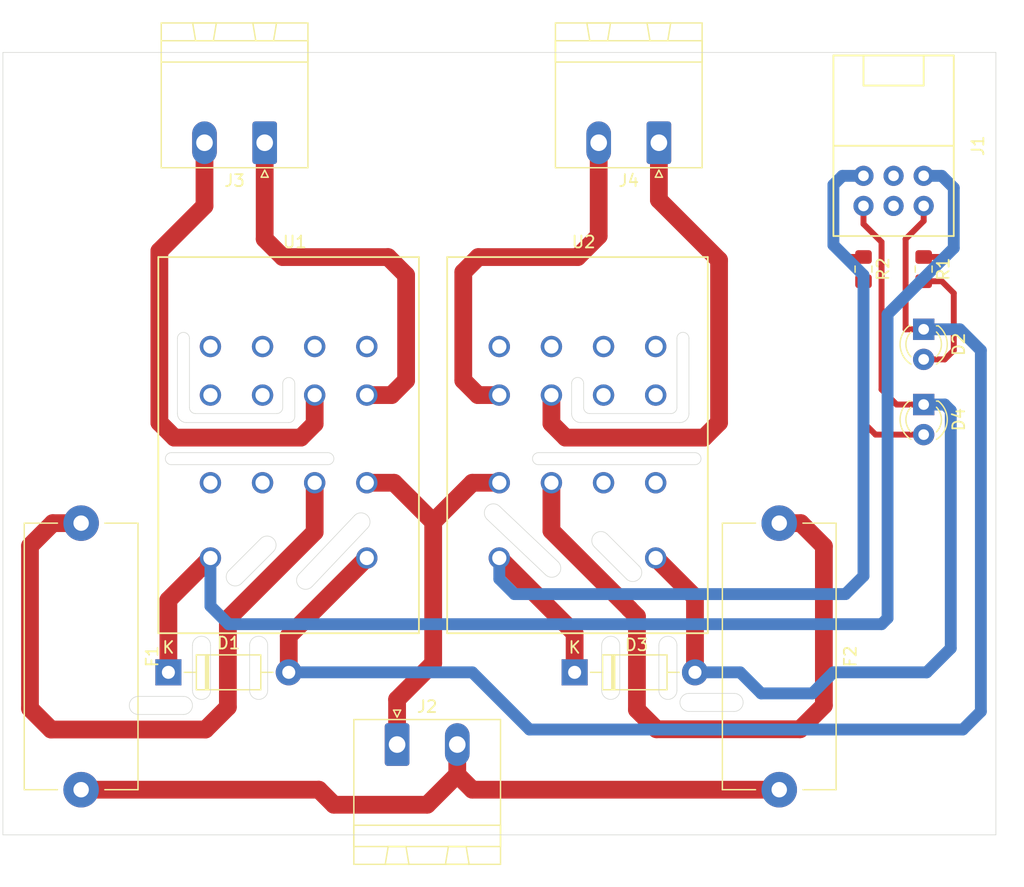
<source format=kicad_pcb>
(kicad_pcb (version 20171130) (host pcbnew "(5.1.4)-1")

  (general
    (thickness 1.6)
    (drawings 82)
    (tracks 132)
    (zones 0)
    (modules 14)
    (nets 33)
  )

  (page A4)
  (layers
    (0 F.Cu signal)
    (31 B.Cu signal)
    (32 B.Adhes user)
    (33 F.Adhes user)
    (34 B.Paste user)
    (35 F.Paste user)
    (36 B.SilkS user)
    (37 F.SilkS user)
    (38 B.Mask user)
    (39 F.Mask user)
    (40 Dwgs.User user)
    (41 Cmts.User user)
    (42 Eco1.User user)
    (43 Eco2.User user)
    (44 Edge.Cuts user)
    (45 Margin user)
    (46 B.CrtYd user)
    (47 F.CrtYd user)
    (48 B.Fab user)
    (49 F.Fab user)
  )

  (setup
    (last_trace_width 1.5)
    (user_trace_width 0.5)
    (user_trace_width 1)
    (user_trace_width 1.5)
    (user_trace_width 2)
    (trace_clearance 0.5)
    (zone_clearance 0.508)
    (zone_45_only no)
    (trace_min 0.2)
    (via_size 0.8)
    (via_drill 0.4)
    (via_min_size 0.4)
    (via_min_drill 0.3)
    (uvia_size 0.3)
    (uvia_drill 0.1)
    (uvias_allowed no)
    (uvia_min_size 0.2)
    (uvia_min_drill 0.1)
    (edge_width 0.05)
    (segment_width 0.2)
    (pcb_text_width 0.3)
    (pcb_text_size 1.5 1.5)
    (mod_edge_width 0.12)
    (mod_text_size 1 1)
    (mod_text_width 0.15)
    (pad_size 1.524 1.524)
    (pad_drill 0.762)
    (pad_to_mask_clearance 0.051)
    (solder_mask_min_width 0.25)
    (aux_axis_origin 0 0)
    (visible_elements 7FFFFFFF)
    (pcbplotparams
      (layerselection 0x010fc_ffffffff)
      (usegerberextensions false)
      (usegerberattributes false)
      (usegerberadvancedattributes false)
      (creategerberjobfile false)
      (excludeedgelayer true)
      (linewidth 0.100000)
      (plotframeref false)
      (viasonmask false)
      (mode 1)
      (useauxorigin false)
      (hpglpennumber 1)
      (hpglpenspeed 20)
      (hpglpendiameter 15.000000)
      (psnegative false)
      (psa4output false)
      (plotreference true)
      (plotvalue true)
      (plotinvisibletext false)
      (padsonsilk false)
      (subtractmaskfromsilk false)
      (outputformat 1)
      (mirror false)
      (drillshape 1)
      (scaleselection 1)
      (outputdirectory ""))
  )

  (net 0 "")
  (net 1 "Net-(D1-Pad2)")
  (net 2 "Net-(D1-Pad1)")
  (net 3 "Net-(D2-Pad2)")
  (net 4 "Net-(D3-Pad2)")
  (net 5 "Net-(D3-Pad1)")
  (net 6 "Net-(D4-Pad2)")
  (net 7 "Net-(F1-Pad2)")
  (net 8 "Net-(F1-Pad1)")
  (net 9 "Net-(F2-Pad1)")
  (net 10 "Net-(J1-Pad4)")
  (net 11 "Net-(J1-Pad3)")
  (net 12 "Net-(J2-Pad1)")
  (net 13 "Net-(J3-Pad1)")
  (net 14 "Net-(U1-Pad4)")
  (net 15 "Net-(U1-Pad3)")
  (net 16 "Net-(U1-Pad2)")
  (net 17 "Net-(U1-Pad1)")
  (net 18 "Net-(U2-Pad4)")
  (net 19 "Net-(U2-Pad3)")
  (net 20 "Net-(U2-Pad2)")
  (net 21 "Net-(U2-Pad1)")
  (net 22 "Net-(U1-Pad10)")
  (net 23 "Net-(U1-Pad9)")
  (net 24 "Net-(U1-Pad6)")
  (net 25 "Net-(U1-Pad5)")
  (net 26 "Net-(J3-Pad2)")
  (net 27 "Net-(J4-Pad1)")
  (net 28 "Net-(J4-Pad2)")
  (net 29 "Net-(U2-Pad12)")
  (net 30 "Net-(U2-Pad11)")
  (net 31 "Net-(U2-Pad8)")
  (net 32 "Net-(U2-Pad7)")

  (net_class Default "Dies ist die voreingestellte Netzklasse."
    (clearance 0.5)
    (trace_width 0.25)
    (via_dia 0.8)
    (via_drill 0.4)
    (uvia_dia 0.3)
    (uvia_drill 0.1)
    (add_net "Net-(D1-Pad1)")
    (add_net "Net-(D1-Pad2)")
    (add_net "Net-(D2-Pad2)")
    (add_net "Net-(D3-Pad1)")
    (add_net "Net-(D3-Pad2)")
    (add_net "Net-(D4-Pad2)")
    (add_net "Net-(F1-Pad1)")
    (add_net "Net-(F1-Pad2)")
    (add_net "Net-(F2-Pad1)")
    (add_net "Net-(J1-Pad3)")
    (add_net "Net-(J1-Pad4)")
    (add_net "Net-(J2-Pad1)")
    (add_net "Net-(J3-Pad1)")
    (add_net "Net-(J3-Pad2)")
    (add_net "Net-(J4-Pad1)")
    (add_net "Net-(J4-Pad2)")
    (add_net "Net-(U1-Pad1)")
    (add_net "Net-(U1-Pad10)")
    (add_net "Net-(U1-Pad2)")
    (add_net "Net-(U1-Pad3)")
    (add_net "Net-(U1-Pad4)")
    (add_net "Net-(U1-Pad5)")
    (add_net "Net-(U1-Pad6)")
    (add_net "Net-(U1-Pad9)")
    (add_net "Net-(U2-Pad1)")
    (add_net "Net-(U2-Pad11)")
    (add_net "Net-(U2-Pad12)")
    (add_net "Net-(U2-Pad2)")
    (add_net "Net-(U2-Pad3)")
    (add_net "Net-(U2-Pad4)")
    (add_net "Net-(U2-Pad7)")
    (add_net "Net-(U2-Pad8)")
  )

  (module Conn_Lib:Wanne_6Pol (layer F.Cu) (tedit 5F393733) (tstamp 5F393D6D)
    (at 202.184 109.474 270)
    (path /5F398E2C)
    (fp_text reference J1 (at 0 -7.12 270) (layer F.SilkS)
      (effects (font (size 1 1) (thickness 0.15)))
    )
    (fp_text value Conn_02x03_Odd_Even (at 0 -10.16 270) (layer F.Fab)
      (effects (font (size 1 1) (thickness 0.15)))
    )
    (fp_line (start 7.62 -5.08) (end 7.62 5.08) (layer F.SilkS) (width 0.15))
    (fp_line (start 7.62 5.08) (end -7.62 5.08) (layer F.SilkS) (width 0.15))
    (fp_line (start -7.62 5.08) (end -7.62 -5.08) (layer F.SilkS) (width 0.15))
    (fp_line (start -7.62 -5.08) (end 7.62 -5.08) (layer F.SilkS) (width 0.15))
    (fp_line (start 0 -5.08) (end 0 5.08) (layer F.SilkS) (width 0.15))
    (fp_line (start -7.62 -2.54) (end -5.08 -2.54) (layer F.SilkS) (width 0.15))
    (fp_line (start -5.08 -2.54) (end -5.08 2.54) (layer F.SilkS) (width 0.15))
    (fp_line (start -5.08 2.54) (end -7.62 2.54) (layer F.SilkS) (width 0.15))
    (pad 1 thru_hole circle (at 5.08 -2.54 270) (size 1.7 1.7) (drill 0.9) (layers *.Cu *.Mask)
      (net 1 "Net-(D1-Pad2)"))
    (pad 2 thru_hole circle (at 2.54 -2.54 270) (size 1.7 1.7) (drill 0.9) (layers *.Cu *.Mask)
      (net 2 "Net-(D1-Pad1)"))
    (pad 3 thru_hole circle (at 5.08 0 270) (size 1.7 1.7) (drill 0.9) (layers *.Cu *.Mask)
      (net 11 "Net-(J1-Pad3)"))
    (pad 4 thru_hole circle (at 2.54 0 270) (size 1.7 1.7) (drill 0.9) (layers *.Cu *.Mask)
      (net 10 "Net-(J1-Pad4)"))
    (pad 5 thru_hole circle (at 5.08 2.54 270) (size 1.7 1.7) (drill 0.9) (layers *.Cu *.Mask)
      (net 4 "Net-(D3-Pad2)"))
    (pad 6 thru_hole circle (at 2.54 2.54 270) (size 1.7 1.7) (drill 0.9) (layers *.Cu *.Mask)
      (net 5 "Net-(D3-Pad1)"))
  )

  (module Diode_THT:D_DO-41_SOD81_P10.16mm_Horizontal (layer F.Cu) (tedit 5AE50CD5) (tstamp 5F39330C)
    (at 140.97 153.924)
    (descr "Diode, DO-41_SOD81 series, Axial, Horizontal, pin pitch=10.16mm, , length*diameter=5.2*2.7mm^2, , http://www.diodes.com/_files/packages/DO-41%20(Plastic).pdf")
    (tags "Diode DO-41_SOD81 series Axial Horizontal pin pitch 10.16mm  length 5.2mm diameter 2.7mm")
    (path /5F395910)
    (fp_text reference D1 (at 5.08 -2.47) (layer F.SilkS)
      (effects (font (size 1 1) (thickness 0.15)))
    )
    (fp_text value 1N4007 (at 5.08 2.47) (layer F.Fab)
      (effects (font (size 1 1) (thickness 0.15)))
    )
    (fp_line (start 2.48 -1.35) (end 2.48 1.35) (layer F.Fab) (width 0.1))
    (fp_line (start 2.48 1.35) (end 7.68 1.35) (layer F.Fab) (width 0.1))
    (fp_line (start 7.68 1.35) (end 7.68 -1.35) (layer F.Fab) (width 0.1))
    (fp_line (start 7.68 -1.35) (end 2.48 -1.35) (layer F.Fab) (width 0.1))
    (fp_line (start 0 0) (end 2.48 0) (layer F.Fab) (width 0.1))
    (fp_line (start 10.16 0) (end 7.68 0) (layer F.Fab) (width 0.1))
    (fp_line (start 3.26 -1.35) (end 3.26 1.35) (layer F.Fab) (width 0.1))
    (fp_line (start 3.36 -1.35) (end 3.36 1.35) (layer F.Fab) (width 0.1))
    (fp_line (start 3.16 -1.35) (end 3.16 1.35) (layer F.Fab) (width 0.1))
    (fp_line (start 2.36 -1.47) (end 2.36 1.47) (layer F.SilkS) (width 0.12))
    (fp_line (start 2.36 1.47) (end 7.8 1.47) (layer F.SilkS) (width 0.12))
    (fp_line (start 7.8 1.47) (end 7.8 -1.47) (layer F.SilkS) (width 0.12))
    (fp_line (start 7.8 -1.47) (end 2.36 -1.47) (layer F.SilkS) (width 0.12))
    (fp_line (start 1.34 0) (end 2.36 0) (layer F.SilkS) (width 0.12))
    (fp_line (start 8.82 0) (end 7.8 0) (layer F.SilkS) (width 0.12))
    (fp_line (start 3.26 -1.47) (end 3.26 1.47) (layer F.SilkS) (width 0.12))
    (fp_line (start 3.38 -1.47) (end 3.38 1.47) (layer F.SilkS) (width 0.12))
    (fp_line (start 3.14 -1.47) (end 3.14 1.47) (layer F.SilkS) (width 0.12))
    (fp_line (start -1.35 -1.6) (end -1.35 1.6) (layer F.CrtYd) (width 0.05))
    (fp_line (start -1.35 1.6) (end 11.51 1.6) (layer F.CrtYd) (width 0.05))
    (fp_line (start 11.51 1.6) (end 11.51 -1.6) (layer F.CrtYd) (width 0.05))
    (fp_line (start 11.51 -1.6) (end -1.35 -1.6) (layer F.CrtYd) (width 0.05))
    (fp_text user %R (at 5.47 0) (layer F.Fab)
      (effects (font (size 1 1) (thickness 0.15)))
    )
    (fp_text user K (at 0 -2.1) (layer F.Fab)
      (effects (font (size 1 1) (thickness 0.15)))
    )
    (fp_text user K (at 0 -2.1) (layer F.SilkS)
      (effects (font (size 1 1) (thickness 0.15)))
    )
    (pad 1 thru_hole rect (at 0 0) (size 2.2 2.2) (drill 1.1) (layers *.Cu *.Mask)
      (net 2 "Net-(D1-Pad1)"))
    (pad 2 thru_hole oval (at 10.16 0) (size 2.2 2.2) (drill 1.1) (layers *.Cu *.Mask)
      (net 1 "Net-(D1-Pad2)"))
    (model ${KISYS3DMOD}/Diode_THT.3dshapes/D_DO-41_SOD81_P10.16mm_Horizontal.wrl
      (at (xyz 0 0 0))
      (scale (xyz 1 1 1))
      (rotate (xyz 0 0 0))
    )
  )

  (module Diode_THT:D_DO-41_SOD81_P10.16mm_Horizontal (layer F.Cu) (tedit 5AE50CD5) (tstamp 5F39332B)
    (at 175.26 153.924)
    (descr "Diode, DO-41_SOD81 series, Axial, Horizontal, pin pitch=10.16mm, , length*diameter=5.2*2.7mm^2, , http://www.diodes.com/_files/packages/DO-41%20(Plastic).pdf")
    (tags "Diode DO-41_SOD81 series Axial Horizontal pin pitch 10.16mm  length 5.2mm diameter 2.7mm")
    (path /5F3AE328)
    (fp_text reference D3 (at 5.228999 -2.319001) (layer F.SilkS)
      (effects (font (size 1 1) (thickness 0.15)))
    )
    (fp_text value 1N4007 (at 5.08 2.47) (layer F.Fab)
      (effects (font (size 1 1) (thickness 0.15)))
    )
    (fp_text user K (at 0 -2.1) (layer F.SilkS)
      (effects (font (size 1 1) (thickness 0.15)))
    )
    (fp_text user K (at 0 -2.1) (layer F.Fab)
      (effects (font (size 1 1) (thickness 0.15)))
    )
    (fp_text user %R (at 5.47 0) (layer F.Fab)
      (effects (font (size 1 1) (thickness 0.15)))
    )
    (fp_line (start 11.51 -1.6) (end -1.35 -1.6) (layer F.CrtYd) (width 0.05))
    (fp_line (start 11.51 1.6) (end 11.51 -1.6) (layer F.CrtYd) (width 0.05))
    (fp_line (start -1.35 1.6) (end 11.51 1.6) (layer F.CrtYd) (width 0.05))
    (fp_line (start -1.35 -1.6) (end -1.35 1.6) (layer F.CrtYd) (width 0.05))
    (fp_line (start 3.14 -1.47) (end 3.14 1.47) (layer F.SilkS) (width 0.12))
    (fp_line (start 3.38 -1.47) (end 3.38 1.47) (layer F.SilkS) (width 0.12))
    (fp_line (start 3.26 -1.47) (end 3.26 1.47) (layer F.SilkS) (width 0.12))
    (fp_line (start 8.82 0) (end 7.8 0) (layer F.SilkS) (width 0.12))
    (fp_line (start 1.34 0) (end 2.36 0) (layer F.SilkS) (width 0.12))
    (fp_line (start 7.8 -1.47) (end 2.36 -1.47) (layer F.SilkS) (width 0.12))
    (fp_line (start 7.8 1.47) (end 7.8 -1.47) (layer F.SilkS) (width 0.12))
    (fp_line (start 2.36 1.47) (end 7.8 1.47) (layer F.SilkS) (width 0.12))
    (fp_line (start 2.36 -1.47) (end 2.36 1.47) (layer F.SilkS) (width 0.12))
    (fp_line (start 3.16 -1.35) (end 3.16 1.35) (layer F.Fab) (width 0.1))
    (fp_line (start 3.36 -1.35) (end 3.36 1.35) (layer F.Fab) (width 0.1))
    (fp_line (start 3.26 -1.35) (end 3.26 1.35) (layer F.Fab) (width 0.1))
    (fp_line (start 10.16 0) (end 7.68 0) (layer F.Fab) (width 0.1))
    (fp_line (start 0 0) (end 2.48 0) (layer F.Fab) (width 0.1))
    (fp_line (start 7.68 -1.35) (end 2.48 -1.35) (layer F.Fab) (width 0.1))
    (fp_line (start 7.68 1.35) (end 7.68 -1.35) (layer F.Fab) (width 0.1))
    (fp_line (start 2.48 1.35) (end 7.68 1.35) (layer F.Fab) (width 0.1))
    (fp_line (start 2.48 -1.35) (end 2.48 1.35) (layer F.Fab) (width 0.1))
    (pad 2 thru_hole oval (at 10.16 0) (size 2.2 2.2) (drill 1.1) (layers *.Cu *.Mask)
      (net 4 "Net-(D3-Pad2)"))
    (pad 1 thru_hole rect (at 0 0) (size 2.2 2.2) (drill 1.1) (layers *.Cu *.Mask)
      (net 5 "Net-(D3-Pad1)"))
    (model ${KISYS3DMOD}/Diode_THT.3dshapes/D_DO-41_SOD81_P10.16mm_Horizontal.wrl
      (at (xyz 0 0 0))
      (scale (xyz 1 1 1))
      (rotate (xyz 0 0 0))
    )
  )

  (module LED_THT:LED_D3.0mm (layer F.Cu) (tedit 587A3A7B) (tstamp 5F393D14)
    (at 204.724 124.968 270)
    (descr "LED, diameter 3.0mm, 2 pins")
    (tags "LED diameter 3.0mm 2 pins")
    (path /5F39567F)
    (fp_text reference D2 (at 1.27 -2.96 90) (layer F.SilkS)
      (effects (font (size 1 1) (thickness 0.15)))
    )
    (fp_text value LED (at 1.27 2.96 90) (layer F.Fab)
      (effects (font (size 1 1) (thickness 0.15)))
    )
    (fp_arc (start 1.27 0) (end -0.23 -1.16619) (angle 284.3) (layer F.Fab) (width 0.1))
    (fp_arc (start 1.27 0) (end -0.29 -1.235516) (angle 108.8) (layer F.SilkS) (width 0.12))
    (fp_arc (start 1.27 0) (end -0.29 1.235516) (angle -108.8) (layer F.SilkS) (width 0.12))
    (fp_arc (start 1.27 0) (end 0.229039 -1.08) (angle 87.9) (layer F.SilkS) (width 0.12))
    (fp_arc (start 1.27 0) (end 0.229039 1.08) (angle -87.9) (layer F.SilkS) (width 0.12))
    (fp_circle (center 1.27 0) (end 2.77 0) (layer F.Fab) (width 0.1))
    (fp_line (start -0.23 -1.16619) (end -0.23 1.16619) (layer F.Fab) (width 0.1))
    (fp_line (start -0.29 -1.236) (end -0.29 -1.08) (layer F.SilkS) (width 0.12))
    (fp_line (start -0.29 1.08) (end -0.29 1.236) (layer F.SilkS) (width 0.12))
    (fp_line (start -1.15 -2.25) (end -1.15 2.25) (layer F.CrtYd) (width 0.05))
    (fp_line (start -1.15 2.25) (end 3.7 2.25) (layer F.CrtYd) (width 0.05))
    (fp_line (start 3.7 2.25) (end 3.7 -2.25) (layer F.CrtYd) (width 0.05))
    (fp_line (start 3.7 -2.25) (end -1.15 -2.25) (layer F.CrtYd) (width 0.05))
    (pad 1 thru_hole rect (at 0 0 270) (size 1.8 1.8) (drill 0.9) (layers *.Cu *.Mask)
      (net 1 "Net-(D1-Pad2)"))
    (pad 2 thru_hole circle (at 2.54 0 270) (size 1.8 1.8) (drill 0.9) (layers *.Cu *.Mask)
      (net 3 "Net-(D2-Pad2)"))
    (model ${KISYS3DMOD}/LED_THT.3dshapes/LED_D3.0mm.wrl
      (at (xyz 0 0 0))
      (scale (xyz 1 1 1))
      (rotate (xyz 0 0 0))
    )
  )

  (module LED_THT:LED_D3.0mm (layer F.Cu) (tedit 587A3A7B) (tstamp 5F393D27)
    (at 204.724 131.318 270)
    (descr "LED, diameter 3.0mm, 2 pins")
    (tags "LED diameter 3.0mm 2 pins")
    (path /5F3AE322)
    (fp_text reference D4 (at 1.27 -2.96 90) (layer F.SilkS)
      (effects (font (size 1 1) (thickness 0.15)))
    )
    (fp_text value LED (at 1.27 2.96 90) (layer F.Fab)
      (effects (font (size 1 1) (thickness 0.15)))
    )
    (fp_line (start 3.7 -2.25) (end -1.15 -2.25) (layer F.CrtYd) (width 0.05))
    (fp_line (start 3.7 2.25) (end 3.7 -2.25) (layer F.CrtYd) (width 0.05))
    (fp_line (start -1.15 2.25) (end 3.7 2.25) (layer F.CrtYd) (width 0.05))
    (fp_line (start -1.15 -2.25) (end -1.15 2.25) (layer F.CrtYd) (width 0.05))
    (fp_line (start -0.29 1.08) (end -0.29 1.236) (layer F.SilkS) (width 0.12))
    (fp_line (start -0.29 -1.236) (end -0.29 -1.08) (layer F.SilkS) (width 0.12))
    (fp_line (start -0.23 -1.16619) (end -0.23 1.16619) (layer F.Fab) (width 0.1))
    (fp_circle (center 1.27 0) (end 2.77 0) (layer F.Fab) (width 0.1))
    (fp_arc (start 1.27 0) (end 0.229039 1.08) (angle -87.9) (layer F.SilkS) (width 0.12))
    (fp_arc (start 1.27 0) (end 0.229039 -1.08) (angle 87.9) (layer F.SilkS) (width 0.12))
    (fp_arc (start 1.27 0) (end -0.29 1.235516) (angle -108.8) (layer F.SilkS) (width 0.12))
    (fp_arc (start 1.27 0) (end -0.29 -1.235516) (angle 108.8) (layer F.SilkS) (width 0.12))
    (fp_arc (start 1.27 0) (end -0.23 -1.16619) (angle 284.3) (layer F.Fab) (width 0.1))
    (pad 2 thru_hole circle (at 2.54 0 270) (size 1.8 1.8) (drill 0.9) (layers *.Cu *.Mask)
      (net 6 "Net-(D4-Pad2)"))
    (pad 1 thru_hole rect (at 0 0 270) (size 1.8 1.8) (drill 0.9) (layers *.Cu *.Mask)
      (net 4 "Net-(D3-Pad2)"))
    (model ${KISYS3DMOD}/LED_THT.3dshapes/LED_D3.0mm.wrl
      (at (xyz 0 0 0))
      (scale (xyz 1 1 1))
      (rotate (xyz 0 0 0))
    )
  )

  (module Fuse:Fuseholder_Cylinder-5x20mm_Schurter_0031_8201_Horizontal_Open (layer F.Cu) (tedit 5C39E22F) (tstamp 5F393D41)
    (at 133.604 141.33 270)
    (descr "Fuseholder horizontal open 5x20 Schurter 0031.8201, https://www.schurter.com/en/datasheet/typ_OGN.pdf")
    (tags "Fuseholder horizontal open 5x20 Schurter 0031.8201")
    (path /5F3A4113)
    (fp_text reference F1 (at 11.25 -6 90) (layer F.SilkS)
      (effects (font (size 1 1) (thickness 0.15)))
    )
    (fp_text value Fuse (at 11.25 6 90) (layer F.Fab)
      (effects (font (size 1 1) (thickness 0.15)))
    )
    (fp_text user %R (at 11.25 4 90) (layer F.Fab)
      (effects (font (size 1 1) (thickness 0.15)))
    )
    (fp_line (start 0.1 -4.7) (end 0.1 4.7) (layer F.Fab) (width 0.1))
    (fp_line (start 0.1 4.7) (end 22.4 4.7) (layer F.Fab) (width 0.1))
    (fp_line (start 22.4 4.7) (end 22.4 -4.7) (layer F.Fab) (width 0.1))
    (fp_line (start 22.4 -4.7) (end 0.1 -4.7) (layer F.Fab) (width 0.1))
    (fp_line (start -0.25 5.05) (end -0.25 1.95) (layer F.CrtYd) (width 0.05))
    (fp_line (start 22.5 4.8) (end 22.5 2) (layer F.SilkS) (width 0.12))
    (fp_line (start 22.5 -2) (end 22.5 -4.8) (layer F.SilkS) (width 0.12))
    (fp_line (start 0 -2) (end 0 -4.8) (layer F.SilkS) (width 0.12))
    (fp_line (start 0 -4.8) (end 22.5 -4.8) (layer F.SilkS) (width 0.12))
    (fp_line (start 22.75 5.05) (end -0.25 5.05) (layer F.CrtYd) (width 0.05))
    (fp_line (start -0.25 -5.05) (end 22.75 -5.05) (layer F.CrtYd) (width 0.05))
    (fp_line (start 0 4.8) (end 22.5 4.8) (layer F.SilkS) (width 0.12))
    (fp_line (start -0.25 -1.95) (end -0.25 -5.05) (layer F.CrtYd) (width 0.05))
    (fp_line (start 22.75 -1.95) (end 22.75 -5.05) (layer F.CrtYd) (width 0.05))
    (fp_line (start 22.75 1.95) (end 22.75 5.05) (layer F.CrtYd) (width 0.05))
    (fp_line (start 0 4.8) (end 0 2) (layer F.SilkS) (width 0.12))
    (fp_arc (start 22.5 0) (end 22.75 -1.95) (angle 165.3) (layer F.CrtYd) (width 0.05))
    (fp_arc (start 0 0) (end -0.25 1.95) (angle 165.3) (layer F.CrtYd) (width 0.05))
    (pad 1 thru_hole circle (at 0 0 270) (size 3 3) (drill 1.3) (layers *.Cu *.Mask)
      (net 8 "Net-(F1-Pad1)"))
    (pad 2 thru_hole circle (at 22.5 0 270) (size 3 3) (drill 1.3) (layers *.Cu *.Mask)
      (net 7 "Net-(F1-Pad2)"))
    (pad "" np_thru_hole circle (at 11.25 0 270) (size 2.7 2.7) (drill 2.7) (layers *.Cu *.Mask))
    (model ${KISYS3DMOD}/Fuse.3dshapes/Fuseholder_Cylinder-5x20mm_Schurter_0031_8201_Horizontal_Open.wrl
      (at (xyz 0 0 0))
      (scale (xyz 1 1 1))
      (rotate (xyz 0 0 0))
    )
  )

  (module Fuse:Fuseholder_Cylinder-5x20mm_Schurter_0031_8201_Horizontal_Open (layer F.Cu) (tedit 5C39E22F) (tstamp 5F393D5B)
    (at 192.532 141.33 270)
    (descr "Fuseholder horizontal open 5x20 Schurter 0031.8201, https://www.schurter.com/en/datasheet/typ_OGN.pdf")
    (tags "Fuseholder horizontal open 5x20 Schurter 0031.8201")
    (path /5F3AE341)
    (fp_text reference F2 (at 11.25 -6 90) (layer F.SilkS)
      (effects (font (size 1 1) (thickness 0.15)))
    )
    (fp_text value Fuse (at 11.25 6 90) (layer F.Fab)
      (effects (font (size 1 1) (thickness 0.15)))
    )
    (fp_arc (start 0 0) (end -0.25 1.95) (angle 165.3) (layer F.CrtYd) (width 0.05))
    (fp_arc (start 22.5 0) (end 22.75 -1.95) (angle 165.3) (layer F.CrtYd) (width 0.05))
    (fp_line (start 0 4.8) (end 0 2) (layer F.SilkS) (width 0.12))
    (fp_line (start 22.75 1.95) (end 22.75 5.05) (layer F.CrtYd) (width 0.05))
    (fp_line (start 22.75 -1.95) (end 22.75 -5.05) (layer F.CrtYd) (width 0.05))
    (fp_line (start -0.25 -1.95) (end -0.25 -5.05) (layer F.CrtYd) (width 0.05))
    (fp_line (start 0 4.8) (end 22.5 4.8) (layer F.SilkS) (width 0.12))
    (fp_line (start -0.25 -5.05) (end 22.75 -5.05) (layer F.CrtYd) (width 0.05))
    (fp_line (start 22.75 5.05) (end -0.25 5.05) (layer F.CrtYd) (width 0.05))
    (fp_line (start 0 -4.8) (end 22.5 -4.8) (layer F.SilkS) (width 0.12))
    (fp_line (start 0 -2) (end 0 -4.8) (layer F.SilkS) (width 0.12))
    (fp_line (start 22.5 -2) (end 22.5 -4.8) (layer F.SilkS) (width 0.12))
    (fp_line (start 22.5 4.8) (end 22.5 2) (layer F.SilkS) (width 0.12))
    (fp_line (start -0.25 5.05) (end -0.25 1.95) (layer F.CrtYd) (width 0.05))
    (fp_line (start 22.4 -4.7) (end 0.1 -4.7) (layer F.Fab) (width 0.1))
    (fp_line (start 22.4 4.7) (end 22.4 -4.7) (layer F.Fab) (width 0.1))
    (fp_line (start 0.1 4.7) (end 22.4 4.7) (layer F.Fab) (width 0.1))
    (fp_line (start 0.1 -4.7) (end 0.1 4.7) (layer F.Fab) (width 0.1))
    (fp_text user %R (at 11.25 4 90) (layer F.Fab)
      (effects (font (size 1 1) (thickness 0.15)))
    )
    (pad "" np_thru_hole circle (at 11.25 0 270) (size 2.7 2.7) (drill 2.7) (layers *.Cu *.Mask))
    (pad 2 thru_hole circle (at 22.5 0 270) (size 3 3) (drill 1.3) (layers *.Cu *.Mask)
      (net 7 "Net-(F1-Pad2)"))
    (pad 1 thru_hole circle (at 0 0 270) (size 3 3) (drill 1.3) (layers *.Cu *.Mask)
      (net 9 "Net-(F2-Pad1)"))
    (model ${KISYS3DMOD}/Fuse.3dshapes/Fuseholder_Cylinder-5x20mm_Schurter_0031_8201_Horizontal_Open.wrl
      (at (xyz 0 0 0))
      (scale (xyz 1 1 1))
      (rotate (xyz 0 0 0))
    )
  )

  (module Connector_Phoenix_MSTB:PhoenixContact_MSTBA_2,5_2-G-5,08_1x02_P5.08mm_Horizontal (layer F.Cu) (tedit 5B785047) (tstamp 5F393D91)
    (at 160.274 160.02)
    (descr "Generic Phoenix Contact connector footprint for: MSTBA_2,5/2-G-5,08; number of pins: 02; pin pitch: 5.08mm; Angled || order number: 1757242 12A || order number: 1923869 16A (HC)")
    (tags "phoenix_contact connector MSTBA_01x02_G_5.08mm")
    (path /5F395D9A)
    (fp_text reference J2 (at 2.54 -3.2) (layer F.SilkS)
      (effects (font (size 1 1) (thickness 0.15)))
    )
    (fp_text value 230V-Pri (at 2.54 11.2) (layer F.Fab)
      (effects (font (size 1 1) (thickness 0.15)))
    )
    (fp_line (start -3.65 -2.11) (end -3.65 10.11) (layer F.SilkS) (width 0.12))
    (fp_line (start -3.65 10.11) (end 8.73 10.11) (layer F.SilkS) (width 0.12))
    (fp_line (start 8.73 10.11) (end 8.73 -2.11) (layer F.SilkS) (width 0.12))
    (fp_line (start 8.73 -2.11) (end -3.65 -2.11) (layer F.SilkS) (width 0.12))
    (fp_line (start -3.54 -2) (end -3.54 10) (layer F.Fab) (width 0.1))
    (fp_line (start -3.54 10) (end 8.62 10) (layer F.Fab) (width 0.1))
    (fp_line (start 8.62 10) (end 8.62 -2) (layer F.Fab) (width 0.1))
    (fp_line (start 8.62 -2) (end -3.54 -2) (layer F.Fab) (width 0.1))
    (fp_line (start -3.65 8.61) (end -3.65 6.81) (layer F.SilkS) (width 0.12))
    (fp_line (start -3.65 6.81) (end 8.73 6.81) (layer F.SilkS) (width 0.12))
    (fp_line (start 8.73 6.81) (end 8.73 8.61) (layer F.SilkS) (width 0.12))
    (fp_line (start 8.73 8.61) (end -3.65 8.61) (layer F.SilkS) (width 0.12))
    (fp_line (start -1 10.11) (end 1 10.11) (layer F.SilkS) (width 0.12))
    (fp_line (start 1 10.11) (end 0.75 8.61) (layer F.SilkS) (width 0.12))
    (fp_line (start 0.75 8.61) (end -0.75 8.61) (layer F.SilkS) (width 0.12))
    (fp_line (start -0.75 8.61) (end -1 10.11) (layer F.SilkS) (width 0.12))
    (fp_line (start 4.08 10.11) (end 6.08 10.11) (layer F.SilkS) (width 0.12))
    (fp_line (start 6.08 10.11) (end 5.83 8.61) (layer F.SilkS) (width 0.12))
    (fp_line (start 5.83 8.61) (end 4.33 8.61) (layer F.SilkS) (width 0.12))
    (fp_line (start 4.33 8.61) (end 4.08 10.11) (layer F.SilkS) (width 0.12))
    (fp_line (start -4.04 -2.5) (end -4.04 10.5) (layer F.CrtYd) (width 0.05))
    (fp_line (start -4.04 10.5) (end 9.12 10.5) (layer F.CrtYd) (width 0.05))
    (fp_line (start 9.12 10.5) (end 9.12 -2.5) (layer F.CrtYd) (width 0.05))
    (fp_line (start 9.12 -2.5) (end -4.04 -2.5) (layer F.CrtYd) (width 0.05))
    (fp_line (start 0.3 -2.91) (end 0 -2.31) (layer F.SilkS) (width 0.12))
    (fp_line (start 0 -2.31) (end -0.3 -2.91) (layer F.SilkS) (width 0.12))
    (fp_line (start -0.3 -2.91) (end 0.3 -2.91) (layer F.SilkS) (width 0.12))
    (fp_line (start 0.95 -2) (end 0 -0.5) (layer F.Fab) (width 0.1))
    (fp_line (start 0 -0.5) (end -0.95 -2) (layer F.Fab) (width 0.1))
    (fp_text user %R (at 2.54 -1.3) (layer F.Fab)
      (effects (font (size 1 1) (thickness 0.15)))
    )
    (pad 1 thru_hole roundrect (at 0 0) (size 2.08 3.6) (drill 1.4) (layers *.Cu *.Mask) (roundrect_rratio 0.120192)
      (net 12 "Net-(J2-Pad1)"))
    (pad 2 thru_hole oval (at 5.08 0) (size 2.08 3.6) (drill 1.4) (layers *.Cu *.Mask)
      (net 7 "Net-(F1-Pad2)"))
    (model ${KISYS3DMOD}/Connector_Phoenix_MSTB.3dshapes/PhoenixContact_MSTBA_2,5_2-G-5,08_1x02_P5.08mm_Horizontal.wrl
      (at (xyz 0 0 0))
      (scale (xyz 1 1 1))
      (rotate (xyz 0 0 0))
    )
  )

  (module Connector_Phoenix_MSTB:PhoenixContact_MSTBA_2,5_2-G-5,08_1x02_P5.08mm_Horizontal (layer F.Cu) (tedit 5B785047) (tstamp 5F393DB5)
    (at 149.098 109.22 180)
    (descr "Generic Phoenix Contact connector footprint for: MSTBA_2,5/2-G-5,08; number of pins: 02; pin pitch: 5.08mm; Angled || order number: 1757242 12A || order number: 1923869 16A (HC)")
    (tags "phoenix_contact connector MSTBA_01x02_G_5.08mm")
    (path /5F3963F0)
    (fp_text reference J3 (at 2.54 -3.2 180) (layer F.SilkS)
      (effects (font (size 1 1) (thickness 0.15)))
    )
    (fp_text value 230V-1 (at 2.54 11.2 180) (layer F.Fab)
      (effects (font (size 1 1) (thickness 0.15)))
    )
    (fp_text user %R (at 2.54 -1.3 180) (layer F.Fab)
      (effects (font (size 1 1) (thickness 0.15)))
    )
    (fp_line (start 0 -0.5) (end -0.95 -2) (layer F.Fab) (width 0.1))
    (fp_line (start 0.95 -2) (end 0 -0.5) (layer F.Fab) (width 0.1))
    (fp_line (start -0.3 -2.91) (end 0.3 -2.91) (layer F.SilkS) (width 0.12))
    (fp_line (start 0 -2.31) (end -0.3 -2.91) (layer F.SilkS) (width 0.12))
    (fp_line (start 0.3 -2.91) (end 0 -2.31) (layer F.SilkS) (width 0.12))
    (fp_line (start 9.12 -2.5) (end -4.04 -2.5) (layer F.CrtYd) (width 0.05))
    (fp_line (start 9.12 10.5) (end 9.12 -2.5) (layer F.CrtYd) (width 0.05))
    (fp_line (start -4.04 10.5) (end 9.12 10.5) (layer F.CrtYd) (width 0.05))
    (fp_line (start -4.04 -2.5) (end -4.04 10.5) (layer F.CrtYd) (width 0.05))
    (fp_line (start 4.33 8.61) (end 4.08 10.11) (layer F.SilkS) (width 0.12))
    (fp_line (start 5.83 8.61) (end 4.33 8.61) (layer F.SilkS) (width 0.12))
    (fp_line (start 6.08 10.11) (end 5.83 8.61) (layer F.SilkS) (width 0.12))
    (fp_line (start 4.08 10.11) (end 6.08 10.11) (layer F.SilkS) (width 0.12))
    (fp_line (start -0.75 8.61) (end -1 10.11) (layer F.SilkS) (width 0.12))
    (fp_line (start 0.75 8.61) (end -0.75 8.61) (layer F.SilkS) (width 0.12))
    (fp_line (start 1 10.11) (end 0.75 8.61) (layer F.SilkS) (width 0.12))
    (fp_line (start -1 10.11) (end 1 10.11) (layer F.SilkS) (width 0.12))
    (fp_line (start 8.73 8.61) (end -3.65 8.61) (layer F.SilkS) (width 0.12))
    (fp_line (start 8.73 6.81) (end 8.73 8.61) (layer F.SilkS) (width 0.12))
    (fp_line (start -3.65 6.81) (end 8.73 6.81) (layer F.SilkS) (width 0.12))
    (fp_line (start -3.65 8.61) (end -3.65 6.81) (layer F.SilkS) (width 0.12))
    (fp_line (start 8.62 -2) (end -3.54 -2) (layer F.Fab) (width 0.1))
    (fp_line (start 8.62 10) (end 8.62 -2) (layer F.Fab) (width 0.1))
    (fp_line (start -3.54 10) (end 8.62 10) (layer F.Fab) (width 0.1))
    (fp_line (start -3.54 -2) (end -3.54 10) (layer F.Fab) (width 0.1))
    (fp_line (start 8.73 -2.11) (end -3.65 -2.11) (layer F.SilkS) (width 0.12))
    (fp_line (start 8.73 10.11) (end 8.73 -2.11) (layer F.SilkS) (width 0.12))
    (fp_line (start -3.65 10.11) (end 8.73 10.11) (layer F.SilkS) (width 0.12))
    (fp_line (start -3.65 -2.11) (end -3.65 10.11) (layer F.SilkS) (width 0.12))
    (pad 2 thru_hole oval (at 5.08 0 180) (size 2.08 3.6) (drill 1.4) (layers *.Cu *.Mask)
      (net 26 "Net-(J3-Pad2)"))
    (pad 1 thru_hole roundrect (at 0 0 180) (size 2.08 3.6) (drill 1.4) (layers *.Cu *.Mask) (roundrect_rratio 0.120192)
      (net 13 "Net-(J3-Pad1)"))
    (model ${KISYS3DMOD}/Connector_Phoenix_MSTB.3dshapes/PhoenixContact_MSTBA_2,5_2-G-5,08_1x02_P5.08mm_Horizontal.wrl
      (at (xyz 0 0 0))
      (scale (xyz 1 1 1))
      (rotate (xyz 0 0 0))
    )
  )

  (module Connector_Phoenix_MSTB:PhoenixContact_MSTBA_2,5_2-G-5,08_1x02_P5.08mm_Horizontal (layer F.Cu) (tedit 5B785047) (tstamp 5F393DD9)
    (at 182.372 109.22 180)
    (descr "Generic Phoenix Contact connector footprint for: MSTBA_2,5/2-G-5,08; number of pins: 02; pin pitch: 5.08mm; Angled || order number: 1757242 12A || order number: 1923869 16A (HC)")
    (tags "phoenix_contact connector MSTBA_01x02_G_5.08mm")
    (path /5F397549)
    (fp_text reference J4 (at 2.54 -3.2) (layer F.SilkS)
      (effects (font (size 1 1) (thickness 0.15)))
    )
    (fp_text value 230V-1 (at 2.54 11.2) (layer F.Fab)
      (effects (font (size 1 1) (thickness 0.15)))
    )
    (fp_line (start -3.65 -2.11) (end -3.65 10.11) (layer F.SilkS) (width 0.12))
    (fp_line (start -3.65 10.11) (end 8.73 10.11) (layer F.SilkS) (width 0.12))
    (fp_line (start 8.73 10.11) (end 8.73 -2.11) (layer F.SilkS) (width 0.12))
    (fp_line (start 8.73 -2.11) (end -3.65 -2.11) (layer F.SilkS) (width 0.12))
    (fp_line (start -3.54 -2) (end -3.54 10) (layer F.Fab) (width 0.1))
    (fp_line (start -3.54 10) (end 8.62 10) (layer F.Fab) (width 0.1))
    (fp_line (start 8.62 10) (end 8.62 -2) (layer F.Fab) (width 0.1))
    (fp_line (start 8.62 -2) (end -3.54 -2) (layer F.Fab) (width 0.1))
    (fp_line (start -3.65 8.61) (end -3.65 6.81) (layer F.SilkS) (width 0.12))
    (fp_line (start -3.65 6.81) (end 8.73 6.81) (layer F.SilkS) (width 0.12))
    (fp_line (start 8.73 6.81) (end 8.73 8.61) (layer F.SilkS) (width 0.12))
    (fp_line (start 8.73 8.61) (end -3.65 8.61) (layer F.SilkS) (width 0.12))
    (fp_line (start -1 10.11) (end 1 10.11) (layer F.SilkS) (width 0.12))
    (fp_line (start 1 10.11) (end 0.75 8.61) (layer F.SilkS) (width 0.12))
    (fp_line (start 0.75 8.61) (end -0.75 8.61) (layer F.SilkS) (width 0.12))
    (fp_line (start -0.75 8.61) (end -1 10.11) (layer F.SilkS) (width 0.12))
    (fp_line (start 4.08 10.11) (end 6.08 10.11) (layer F.SilkS) (width 0.12))
    (fp_line (start 6.08 10.11) (end 5.83 8.61) (layer F.SilkS) (width 0.12))
    (fp_line (start 5.83 8.61) (end 4.33 8.61) (layer F.SilkS) (width 0.12))
    (fp_line (start 4.33 8.61) (end 4.08 10.11) (layer F.SilkS) (width 0.12))
    (fp_line (start -4.04 -2.5) (end -4.04 10.5) (layer F.CrtYd) (width 0.05))
    (fp_line (start -4.04 10.5) (end 9.12 10.5) (layer F.CrtYd) (width 0.05))
    (fp_line (start 9.12 10.5) (end 9.12 -2.5) (layer F.CrtYd) (width 0.05))
    (fp_line (start 9.12 -2.5) (end -4.04 -2.5) (layer F.CrtYd) (width 0.05))
    (fp_line (start 0.3 -2.91) (end 0 -2.31) (layer F.SilkS) (width 0.12))
    (fp_line (start 0 -2.31) (end -0.3 -2.91) (layer F.SilkS) (width 0.12))
    (fp_line (start -0.3 -2.91) (end 0.3 -2.91) (layer F.SilkS) (width 0.12))
    (fp_line (start 0.95 -2) (end 0 -0.5) (layer F.Fab) (width 0.1))
    (fp_line (start 0 -0.5) (end -0.95 -2) (layer F.Fab) (width 0.1))
    (fp_text user %R (at 2.54 -1.3) (layer F.Fab)
      (effects (font (size 1 1) (thickness 0.15)))
    )
    (pad 1 thru_hole roundrect (at 0 0 180) (size 2.08 3.6) (drill 1.4) (layers *.Cu *.Mask) (roundrect_rratio 0.120192)
      (net 27 "Net-(J4-Pad1)"))
    (pad 2 thru_hole oval (at 5.08 0 180) (size 2.08 3.6) (drill 1.4) (layers *.Cu *.Mask)
      (net 28 "Net-(J4-Pad2)"))
    (model ${KISYS3DMOD}/Connector_Phoenix_MSTB.3dshapes/PhoenixContact_MSTBA_2,5_2-G-5,08_1x02_P5.08mm_Horizontal.wrl
      (at (xyz 0 0 0))
      (scale (xyz 1 1 1))
      (rotate (xyz 0 0 0))
    )
  )

  (module Conn_Lib:Finder-55.34.012.0040 (layer F.Cu) (tedit 5F39324A) (tstamp 5F393E1D)
    (at 151.638 134.112)
    (path /5F3930E3)
    (fp_text reference U1 (at 0 -16.51) (layer F.SilkS)
      (effects (font (size 1 1) (thickness 0.15)))
    )
    (fp_text value Finder_55.34.9.012.0040 (at 0 -19.05) (layer F.Fab)
      (effects (font (size 1 1) (thickness 0.15)))
    )
    (fp_line (start -11.52 -15.24) (end 10.48 -15.24) (layer F.SilkS) (width 0.15))
    (fp_line (start 10.48 -15.24) (end 10.48 16.51) (layer F.SilkS) (width 0.15))
    (fp_line (start 10.48 16.51) (end -11.52 16.51) (layer F.SilkS) (width 0.15))
    (fp_line (start -11.52 16.51) (end -11.52 -15.24) (layer F.SilkS) (width 0.15))
    (pad 1 thru_hole circle (at -7.12 -7.69) (size 1.8 1.8) (drill 1.2) (layers *.Cu *.Mask)
      (net 17 "Net-(U1-Pad1)"))
    (pad 2 thru_hole circle (at -2.72 -7.69) (size 1.8 1.8) (drill 1.2) (layers *.Cu *.Mask)
      (net 16 "Net-(U1-Pad2)"))
    (pad 3 thru_hole circle (at 1.68 -7.69) (size 1.8 1.8) (drill 1.2) (layers *.Cu *.Mask)
      (net 15 "Net-(U1-Pad3)"))
    (pad 4 thru_hole circle (at 6.08 -7.69) (size 1.8 1.8) (drill 1.2) (layers *.Cu *.Mask)
      (net 14 "Net-(U1-Pad4)"))
    (pad 5 thru_hole circle (at -7.12 -3.59) (size 1.8 1.8) (drill 1.2) (layers *.Cu *.Mask)
      (net 25 "Net-(U1-Pad5)"))
    (pad 6 thru_hole circle (at -2.72 -3.59) (size 1.8 1.8) (drill 1.2) (layers *.Cu *.Mask)
      (net 24 "Net-(U1-Pad6)"))
    (pad 7 thru_hole circle (at 1.68 -3.59) (size 1.8 1.8) (drill 1.2) (layers *.Cu *.Mask)
      (net 26 "Net-(J3-Pad2)"))
    (pad 8 thru_hole circle (at 6.08 -3.59) (size 1.8 1.8) (drill 1.2) (layers *.Cu *.Mask)
      (net 13 "Net-(J3-Pad1)"))
    (pad 9 thru_hole circle (at -7.12 3.81) (size 1.8 1.8) (drill 1.2) (layers *.Cu *.Mask)
      (net 23 "Net-(U1-Pad9)"))
    (pad 10 thru_hole circle (at -2.72 3.81) (size 1.8 1.8) (drill 1.2) (layers *.Cu *.Mask)
      (net 22 "Net-(U1-Pad10)"))
    (pad 11 thru_hole circle (at 1.68 3.81) (size 1.8 1.8) (drill 1.2) (layers *.Cu *.Mask)
      (net 8 "Net-(F1-Pad1)"))
    (pad 12 thru_hole circle (at 6.08 3.81) (size 1.8 1.8) (drill 1.2) (layers *.Cu *.Mask)
      (net 12 "Net-(J2-Pad1)"))
    (pad 13 thru_hole circle (at -7.12 10.16) (size 1.8 1.8) (drill 1.2) (layers *.Cu *.Mask)
      (net 2 "Net-(D1-Pad1)"))
    (pad 14 thru_hole circle (at 6.08 10.16) (size 1.8 1.8) (drill 1.2) (layers *.Cu *.Mask)
      (net 1 "Net-(D1-Pad2)"))
  )

  (module Conn_Lib:Finder-55.34.012.0040 (layer F.Cu) (tedit 5F39324A) (tstamp 5F393E33)
    (at 176.022 134.112)
    (path /5F3AE316)
    (fp_text reference U2 (at 0 -16.51) (layer F.SilkS)
      (effects (font (size 1 1) (thickness 0.15)))
    )
    (fp_text value Finder_55.34.9.012.0040 (at 0 -19.05) (layer F.Fab)
      (effects (font (size 1 1) (thickness 0.15)))
    )
    (fp_line (start -11.52 16.51) (end -11.52 -15.24) (layer F.SilkS) (width 0.15))
    (fp_line (start 10.48 16.51) (end -11.52 16.51) (layer F.SilkS) (width 0.15))
    (fp_line (start 10.48 -15.24) (end 10.48 16.51) (layer F.SilkS) (width 0.15))
    (fp_line (start -11.52 -15.24) (end 10.48 -15.24) (layer F.SilkS) (width 0.15))
    (pad 14 thru_hole circle (at 6.08 10.16) (size 1.8 1.8) (drill 1.2) (layers *.Cu *.Mask)
      (net 4 "Net-(D3-Pad2)"))
    (pad 13 thru_hole circle (at -7.12 10.16) (size 1.8 1.8) (drill 1.2) (layers *.Cu *.Mask)
      (net 5 "Net-(D3-Pad1)"))
    (pad 12 thru_hole circle (at 6.08 3.81) (size 1.8 1.8) (drill 1.2) (layers *.Cu *.Mask)
      (net 29 "Net-(U2-Pad12)"))
    (pad 11 thru_hole circle (at 1.68 3.81) (size 1.8 1.8) (drill 1.2) (layers *.Cu *.Mask)
      (net 30 "Net-(U2-Pad11)"))
    (pad 10 thru_hole circle (at -2.72 3.81) (size 1.8 1.8) (drill 1.2) (layers *.Cu *.Mask)
      (net 9 "Net-(F2-Pad1)"))
    (pad 9 thru_hole circle (at -7.12 3.81) (size 1.8 1.8) (drill 1.2) (layers *.Cu *.Mask)
      (net 12 "Net-(J2-Pad1)"))
    (pad 8 thru_hole circle (at 6.08 -3.59) (size 1.8 1.8) (drill 1.2) (layers *.Cu *.Mask)
      (net 31 "Net-(U2-Pad8)"))
    (pad 7 thru_hole circle (at 1.68 -3.59) (size 1.8 1.8) (drill 1.2) (layers *.Cu *.Mask)
      (net 32 "Net-(U2-Pad7)"))
    (pad 6 thru_hole circle (at -2.72 -3.59) (size 1.8 1.8) (drill 1.2) (layers *.Cu *.Mask)
      (net 27 "Net-(J4-Pad1)"))
    (pad 5 thru_hole circle (at -7.12 -3.59) (size 1.8 1.8) (drill 1.2) (layers *.Cu *.Mask)
      (net 28 "Net-(J4-Pad2)"))
    (pad 4 thru_hole circle (at 6.08 -7.69) (size 1.8 1.8) (drill 1.2) (layers *.Cu *.Mask)
      (net 18 "Net-(U2-Pad4)"))
    (pad 3 thru_hole circle (at 1.68 -7.69) (size 1.8 1.8) (drill 1.2) (layers *.Cu *.Mask)
      (net 19 "Net-(U2-Pad3)"))
    (pad 2 thru_hole circle (at -2.72 -7.69) (size 1.8 1.8) (drill 1.2) (layers *.Cu *.Mask)
      (net 20 "Net-(U2-Pad2)"))
    (pad 1 thru_hole circle (at -7.12 -7.69) (size 1.8 1.8) (drill 1.2) (layers *.Cu *.Mask)
      (net 21 "Net-(U2-Pad1)"))
  )

  (module Resistor_SMD:R_0805_2012Metric_Pad1.15x1.40mm_HandSolder (layer F.Cu) (tedit 5B36C52B) (tstamp 5F394E84)
    (at 204.724 119.888 270)
    (descr "Resistor SMD 0805 (2012 Metric), square (rectangular) end terminal, IPC_7351 nominal with elongated pad for handsoldering. (Body size source: https://docs.google.com/spreadsheets/d/1BsfQQcO9C6DZCsRaXUlFlo91Tg2WpOkGARC1WS5S8t0/edit?usp=sharing), generated with kicad-footprint-generator")
    (tags "resistor handsolder")
    (path /5F394680)
    (attr smd)
    (fp_text reference R1 (at 0 -1.65 90) (layer F.SilkS)
      (effects (font (size 1 1) (thickness 0.15)))
    )
    (fp_text value R (at 0 1.65 90) (layer F.Fab)
      (effects (font (size 1 1) (thickness 0.15)))
    )
    (fp_line (start -1 0.6) (end -1 -0.6) (layer F.Fab) (width 0.1))
    (fp_line (start -1 -0.6) (end 1 -0.6) (layer F.Fab) (width 0.1))
    (fp_line (start 1 -0.6) (end 1 0.6) (layer F.Fab) (width 0.1))
    (fp_line (start 1 0.6) (end -1 0.6) (layer F.Fab) (width 0.1))
    (fp_line (start -0.261252 -0.71) (end 0.261252 -0.71) (layer F.SilkS) (width 0.12))
    (fp_line (start -0.261252 0.71) (end 0.261252 0.71) (layer F.SilkS) (width 0.12))
    (fp_line (start -1.85 0.95) (end -1.85 -0.95) (layer F.CrtYd) (width 0.05))
    (fp_line (start -1.85 -0.95) (end 1.85 -0.95) (layer F.CrtYd) (width 0.05))
    (fp_line (start 1.85 -0.95) (end 1.85 0.95) (layer F.CrtYd) (width 0.05))
    (fp_line (start 1.85 0.95) (end -1.85 0.95) (layer F.CrtYd) (width 0.05))
    (fp_text user %R (at 0 0 90) (layer F.Fab)
      (effects (font (size 0.5 0.5) (thickness 0.08)))
    )
    (pad 1 smd roundrect (at -1.025 0 270) (size 1.15 1.4) (layers F.Cu F.Paste F.Mask) (roundrect_rratio 0.217391)
      (net 2 "Net-(D1-Pad1)"))
    (pad 2 smd roundrect (at 1.025 0 270) (size 1.15 1.4) (layers F.Cu F.Paste F.Mask) (roundrect_rratio 0.217391)
      (net 3 "Net-(D2-Pad2)"))
    (model ${KISYS3DMOD}/Resistor_SMD.3dshapes/R_0805_2012Metric.wrl
      (at (xyz 0 0 0))
      (scale (xyz 1 1 1))
      (rotate (xyz 0 0 0))
    )
  )

  (module Resistor_SMD:R_0805_2012Metric_Pad1.15x1.40mm_HandSolder (layer F.Cu) (tedit 5B36C52B) (tstamp 5F394E94)
    (at 199.644 119.888 270)
    (descr "Resistor SMD 0805 (2012 Metric), square (rectangular) end terminal, IPC_7351 nominal with elongated pad for handsoldering. (Body size source: https://docs.google.com/spreadsheets/d/1BsfQQcO9C6DZCsRaXUlFlo91Tg2WpOkGARC1WS5S8t0/edit?usp=sharing), generated with kicad-footprint-generator")
    (tags "resistor handsolder")
    (path /5F3AE31C)
    (attr smd)
    (fp_text reference R2 (at 0 -1.65 90) (layer F.SilkS)
      (effects (font (size 1 1) (thickness 0.15)))
    )
    (fp_text value R (at 0 1.65 90) (layer F.Fab)
      (effects (font (size 1 1) (thickness 0.15)))
    )
    (fp_text user %R (at 0 0 90) (layer F.Fab)
      (effects (font (size 0.5 0.5) (thickness 0.08)))
    )
    (fp_line (start 1.85 0.95) (end -1.85 0.95) (layer F.CrtYd) (width 0.05))
    (fp_line (start 1.85 -0.95) (end 1.85 0.95) (layer F.CrtYd) (width 0.05))
    (fp_line (start -1.85 -0.95) (end 1.85 -0.95) (layer F.CrtYd) (width 0.05))
    (fp_line (start -1.85 0.95) (end -1.85 -0.95) (layer F.CrtYd) (width 0.05))
    (fp_line (start -0.261252 0.71) (end 0.261252 0.71) (layer F.SilkS) (width 0.12))
    (fp_line (start -0.261252 -0.71) (end 0.261252 -0.71) (layer F.SilkS) (width 0.12))
    (fp_line (start 1 0.6) (end -1 0.6) (layer F.Fab) (width 0.1))
    (fp_line (start 1 -0.6) (end 1 0.6) (layer F.Fab) (width 0.1))
    (fp_line (start -1 -0.6) (end 1 -0.6) (layer F.Fab) (width 0.1))
    (fp_line (start -1 0.6) (end -1 -0.6) (layer F.Fab) (width 0.1))
    (pad 2 smd roundrect (at 1.025 0 270) (size 1.15 1.4) (layers F.Cu F.Paste F.Mask) (roundrect_rratio 0.217391)
      (net 6 "Net-(D4-Pad2)"))
    (pad 1 smd roundrect (at -1.025 0 270) (size 1.15 1.4) (layers F.Cu F.Paste F.Mask) (roundrect_rratio 0.217391)
      (net 5 "Net-(D3-Pad1)"))
    (model ${KISYS3DMOD}/Resistor_SMD.3dshapes/R_0805_2012Metric.wrl
      (at (xyz 0 0 0))
      (scale (xyz 1 1 1))
      (rotate (xyz 0 0 0))
    )
  )

  (gr_line (start 149.840854 143.717777) (end 147.146777 146.411854) (layer Edge.Cuts) (width 0.05) (tstamp 5F39AEF1))
  (gr_line (start 148.763223 142.640146) (end 146.069146 145.334223) (layer Edge.Cuts) (width 0.05) (tstamp 5F39AEF0))
  (gr_arc (start 146.607962 145.873038) (end 146.069146 145.334223) (angle -179.9998937) (layer Edge.Cuts) (width 0.05) (tstamp 5F39AEEF))
  (gr_arc (start 149.302038 143.178962) (end 149.840854 143.717777) (angle -180) (layer Edge.Cuts) (width 0.05) (tstamp 5F39AEEE))
  (gr_arc (start 183.388 131.572) (end 183.388 132.08) (angle -90) (layer Edge.Cuts) (width 0.05) (tstamp 5F39AE03))
  (gr_arc (start 176.53 131.572) (end 176.022 131.572) (angle -90) (layer Edge.Cuts) (width 0.05) (tstamp 5F39AE02))
  (gr_line (start 183.896 125.73) (end 183.896 131.572) (layer Edge.Cuts) (width 0.05) (tstamp 5F39AE01))
  (gr_arc (start 184.404 125.73) (end 184.912 125.73) (angle -180) (layer Edge.Cuts) (width 0.05) (tstamp 5F39AE00))
  (gr_line (start 184.912 132.08) (end 184.912 125.73) (layer Edge.Cuts) (width 0.05) (tstamp 5F39ADFF))
  (gr_line (start 175.006 129.54) (end 175.006 132.08) (layer Edge.Cuts) (width 0.05) (tstamp 5F39ADFE))
  (gr_line (start 175.768 132.842) (end 184.15 132.842) (layer Edge.Cuts) (width 0.05) (tstamp 5F39ADFD))
  (gr_line (start 183.388 132.08) (end 176.53 132.08) (layer Edge.Cuts) (width 0.05) (tstamp 5F39ADFC))
  (gr_arc (start 184.15 132.08) (end 184.15 132.842) (angle -90) (layer Edge.Cuts) (width 0.05) (tstamp 5F39ADFB))
  (gr_arc (start 175.514 129.54) (end 176.022 129.54) (angle -180) (layer Edge.Cuts) (width 0.05) (tstamp 5F39ADFA))
  (gr_arc (start 175.768 132.08) (end 175.006 132.08) (angle -90) (layer Edge.Cuts) (width 0.05) (tstamp 5F39ADF9))
  (gr_line (start 176.022 129.54) (end 176.022 131.572) (layer Edge.Cuts) (width 0.05) (tstamp 5F39ADF8))
  (gr_arc (start 150.114 131.572) (end 150.114 132.08) (angle -90) (layer Edge.Cuts) (width 0.05))
  (gr_arc (start 143.256 131.572) (end 142.748 131.572) (angle -90) (layer Edge.Cuts) (width 0.05))
  (gr_arc (start 184.912 156.464) (end 184.912 155.702) (angle -180) (layer Edge.Cuts) (width 0.05) (tstamp 5F39AA71))
  (gr_line (start 188.722 157.226) (end 184.912 157.226) (layer Edge.Cuts) (width 0.05) (tstamp 5F39AA70))
  (gr_arc (start 188.722 156.464) (end 188.722 157.226) (angle -180) (layer Edge.Cuts) (width 0.05) (tstamp 5F39AA6F))
  (gr_line (start 188.722 155.702) (end 184.912 155.702) (layer Edge.Cuts) (width 0.05) (tstamp 5F39AA6E))
  (gr_arc (start 177.468962 142.797962) (end 178.007777 142.259146) (angle -180) (layer Edge.Cuts) (width 0.05) (tstamp 5F39AA46))
  (gr_line (start 179.624223 146.030854) (end 176.930146 143.336777) (layer Edge.Cuts) (width 0.05) (tstamp 5F39AA45))
  (gr_arc (start 180.163038 145.492038) (end 179.624223 146.030854) (angle -180) (layer Edge.Cuts) (width 0.05) (tstamp 5F39AA44))
  (gr_line (start 180.701854 144.953223) (end 178.007777 142.259146) (layer Edge.Cuts) (width 0.05) (tstamp 5F39AA43))
  (gr_arc (start 183.134 155.448) (end 182.372 155.448) (angle -180) (layer Edge.Cuts) (width 0.05) (tstamp 5F39AA26))
  (gr_arc (start 183.134 151.638) (end 183.896 151.638) (angle -180) (layer Edge.Cuts) (width 0.05) (tstamp 5F39AA25))
  (gr_line (start 183.896 155.448) (end 183.896 151.638) (layer Edge.Cuts) (width 0.05) (tstamp 5F39AA24))
  (gr_line (start 182.372 155.448) (end 182.372 151.638) (layer Edge.Cuts) (width 0.05) (tstamp 5F39AA23))
  (gr_line (start 177.546 155.448) (end 177.546 151.638) (layer Edge.Cuts) (width 0.05) (tstamp 5F39AA1A))
  (gr_arc (start 178.308 151.638) (end 179.07 151.638) (angle -180) (layer Edge.Cuts) (width 0.05) (tstamp 5F39AA19))
  (gr_line (start 179.07 155.448) (end 179.07 151.638) (layer Edge.Cuts) (width 0.05) (tstamp 5F39AA18))
  (gr_arc (start 178.308 155.448) (end 177.546 155.448) (angle -180) (layer Edge.Cuts) (width 0.05) (tstamp 5F39AA17))
  (gr_arc (start 138.43 156.718) (end 138.43 155.956) (angle -180) (layer Edge.Cuts) (width 0.05) (tstamp 5F39AA0E))
  (gr_line (start 142.24 157.48) (end 138.43 157.48) (layer Edge.Cuts) (width 0.05) (tstamp 5F39AA0D))
  (gr_arc (start 142.24 156.718) (end 142.24 157.48) (angle -180) (layer Edge.Cuts) (width 0.05) (tstamp 5F39AA0C))
  (gr_line (start 142.24 155.956) (end 138.43 155.956) (layer Edge.Cuts) (width 0.05) (tstamp 5F39AA0B))
  (gr_arc (start 148.59 151.638) (end 149.352 151.638) (angle -180) (layer Edge.Cuts) (width 0.05) (tstamp 5F39AA06))
  (gr_line (start 147.828 155.448) (end 147.828 151.638) (layer Edge.Cuts) (width 0.05) (tstamp 5F39AA05))
  (gr_arc (start 148.59 155.448) (end 147.828 155.448) (angle -180) (layer Edge.Cuts) (width 0.05) (tstamp 5F39AA04))
  (gr_line (start 149.352 155.448) (end 149.352 151.638) (layer Edge.Cuts) (width 0.05) (tstamp 5F39AA03))
  (gr_arc (start 143.764 151.638) (end 144.526 151.638) (angle -180) (layer Edge.Cuts) (width 0.05) (tstamp 5F39A9EF))
  (gr_line (start 143.002 155.448) (end 143.002 151.638) (layer Edge.Cuts) (width 0.05) (tstamp 5F39A9EE))
  (gr_arc (start 143.764 155.448) (end 143.002 155.448) (angle -180) (layer Edge.Cuts) (width 0.05) (tstamp 5F39A9ED))
  (gr_line (start 144.526 155.448) (end 144.526 151.638) (layer Edge.Cuts) (width 0.05) (tstamp 5F39A9EC))
  (gr_arc (start 173.325733 145.131733) (end 172.786918 145.670549) (angle -180) (layer Edge.Cuts) (width 0.05) (tstamp 5F39A9D6))
  (gr_arc (start 168.402 140.462) (end 168.940815 139.923184) (angle -180) (layer Edge.Cuts) (width 0.05) (tstamp 5F39A9D5))
  (gr_line (start 173.864549 144.592918) (end 168.940815 139.923184) (layer Edge.Cuts) (width 0.05) (tstamp 5F39A9D4))
  (gr_line (start 172.786918 145.670549) (end 167.863185 141.000816) (layer Edge.Cuts) (width 0.05) (tstamp 5F39A9D3))
  (gr_arc (start 152.556267 146.147733) (end 152.017451 145.608918) (angle -180) (layer Edge.Cuts) (width 0.05) (tstamp 5F39A9B8))
  (gr_arc (start 157.226 141.224) (end 157.764816 141.762815) (angle -180) (layer Edge.Cuts) (width 0.05) (tstamp 5F39A9B7))
  (gr_line (start 153.095082 146.686549) (end 157.764816 141.762815) (layer Edge.Cuts) (width 0.05) (tstamp 5F39A9B6))
  (gr_line (start 152.017451 145.608918) (end 156.687184 140.685185) (layer Edge.Cuts) (width 0.05) (tstamp 5F39A9B5))
  (gr_arc (start 185.42 135.89) (end 185.42 136.398) (angle -180) (layer Edge.Cuts) (width 0.05) (tstamp 5F39A62F))
  (gr_line (start 172.212 135.382) (end 185.42 135.382) (layer Edge.Cuts) (width 0.05) (tstamp 5F39A62E))
  (gr_arc (start 172.212 135.89) (end 172.212 135.382) (angle -180) (layer Edge.Cuts) (width 0.05) (tstamp 5F39A62D))
  (gr_line (start 172.212 136.398) (end 185.42 136.398) (layer Edge.Cuts) (width 0.05) (tstamp 5F39A62C))
  (gr_arc (start 154.432 135.89) (end 154.432 136.398) (angle -180) (layer Edge.Cuts) (width 0.05))
  (gr_line (start 141.224 136.398) (end 154.432 136.398) (layer Edge.Cuts) (width 0.05))
  (gr_line (start 141.224 135.382) (end 154.432 135.382) (layer Edge.Cuts) (width 0.05))
  (gr_arc (start 141.224 135.89) (end 141.224 135.382) (angle -180) (layer Edge.Cuts) (width 0.05))
  (gr_line (start 142.748 125.73) (end 142.748 131.572) (layer Edge.Cuts) (width 0.05) (tstamp 5F39A44F))
  (gr_line (start 150.114 132.08) (end 143.256 132.08) (layer Edge.Cuts) (width 0.05) (tstamp 5F39A44E))
  (gr_line (start 150.622 129.54) (end 150.622 131.572) (layer Edge.Cuts) (width 0.05) (tstamp 5F39A447))
  (gr_arc (start 151.13 129.54) (end 151.638 129.54) (angle -180) (layer Edge.Cuts) (width 0.05))
  (gr_line (start 151.638 132.334) (end 151.638 129.54) (layer Edge.Cuts) (width 0.05))
  (gr_arc (start 151.13 132.334) (end 151.13 132.842) (angle -90) (layer Edge.Cuts) (width 0.05))
  (gr_line (start 142.494 132.842) (end 151.13 132.842) (layer Edge.Cuts) (width 0.05))
  (gr_arc (start 142.494 132.08) (end 141.732 132.08) (angle -90) (layer Edge.Cuts) (width 0.05))
  (gr_line (start 141.732 125.73) (end 141.732 132.08) (layer Edge.Cuts) (width 0.05))
  (gr_arc (start 142.24 125.73) (end 142.748 125.73) (angle -180) (layer Edge.Cuts) (width 0.05))
  (gr_line (start 127.508 150.622) (end 127.508 167.64) (layer Margin) (width 0.15) (tstamp 5F39319D))
  (gr_line (start 127.762 101.6) (end 127.762 118.618) (layer Margin) (width 0.15))
  (gr_line (start 210.82 101.6) (end 127 101.6) (layer Margin) (width 0.15) (tstamp 5F38550A))
  (gr_line (start 210.82 167.64) (end 210.82 101.6) (layer Margin) (width 0.15))
  (gr_line (start 127 167.64) (end 210.82 167.64) (layer Margin) (width 0.15))
  (gr_line (start 127 101.6) (end 127 167.64) (layer Margin) (width 0.15))
  (gr_line (start 127 167.64) (end 127 101.6) (layer Edge.Cuts) (width 0.05) (tstamp 5F38FAD0))
  (gr_line (start 210.82 167.64) (end 127 167.64) (layer Edge.Cuts) (width 0.05))
  (gr_line (start 210.82 101.6) (end 210.82 167.64) (layer Edge.Cuts) (width 0.05))
  (gr_line (start 127 101.6) (end 210.82 101.6) (layer Edge.Cuts) (width 0.05))

  (segment (start 151.13 150.86) (end 157.718 144.272) (width 1.5) (layer F.Cu) (net 1))
  (segment (start 151.13 153.924) (end 151.13 150.86) (width 1.5) (layer F.Cu) (net 1))
  (segment (start 151.13 153.924) (end 166.624 153.924) (width 1) (layer B.Cu) (net 1))
  (segment (start 166.624 153.924) (end 171.45 158.75) (width 1) (layer B.Cu) (net 1))
  (segment (start 171.45 158.75) (end 208.026 158.75) (width 1) (layer B.Cu) (net 1))
  (segment (start 208.026 158.75) (end 209.55 157.226) (width 1) (layer B.Cu) (net 1))
  (segment (start 209.55 157.226) (end 209.55 126.746) (width 1) (layer B.Cu) (net 1))
  (segment (start 207.772 124.968) (end 204.724 124.968) (width 1) (layer B.Cu) (net 1))
  (segment (start 209.55 126.746) (end 207.772 124.968) (width 1) (layer B.Cu) (net 1))
  (segment (start 204.724 115.824) (end 204.724 114.554) (width 0.5) (layer F.Cu) (net 1))
  (segment (start 203.2 117.348) (end 204.724 115.824) (width 0.5) (layer F.Cu) (net 1))
  (segment (start 204.724 124.968) (end 203.2 124.968) (width 0.5) (layer F.Cu) (net 1))
  (segment (start 203.2 124.968) (end 203.2 117.348) (width 0.5) (layer F.Cu) (net 1))
  (segment (start 140.97 147.82) (end 144.518 144.272) (width 1.5) (layer F.Cu) (net 2))
  (segment (start 140.97 153.924) (end 140.97 147.82) (width 1.5) (layer F.Cu) (net 2))
  (segment (start 144.518 144.272) (end 144.518 148.328) (width 1) (layer B.Cu) (net 2))
  (segment (start 144.518 148.328) (end 146.05 149.86) (width 1) (layer B.Cu) (net 2))
  (segment (start 146.05 149.86) (end 201.168 149.86) (width 1) (layer B.Cu) (net 2))
  (segment (start 201.168 149.86) (end 201.676 149.352) (width 1) (layer B.Cu) (net 2))
  (segment (start 201.676 149.352) (end 201.676 123.698) (width 1) (layer B.Cu) (net 2))
  (segment (start 201.676 123.698) (end 207.264 118.11) (width 1) (layer B.Cu) (net 2))
  (segment (start 207.264 118.11) (end 207.264 113.03) (width 1) (layer B.Cu) (net 2))
  (segment (start 206.248 112.014) (end 204.724 112.014) (width 1) (layer B.Cu) (net 2))
  (segment (start 207.264 113.03) (end 206.248 112.014) (width 1) (layer B.Cu) (net 2))
  (segment (start 204.724 118.863) (end 206.511 118.863) (width 0.5) (layer F.Cu) (net 2))
  (segment (start 206.511 118.863) (end 207.264 118.11) (width 0.5) (layer F.Cu) (net 2))
  (segment (start 207.264 118.11) (end 207.264 113.03) (width 0.5) (layer F.Cu) (net 2))
  (segment (start 206.248 112.014) (end 204.724 112.014) (width 0.5) (layer F.Cu) (net 2))
  (segment (start 207.264 113.03) (end 206.248 112.014) (width 0.5) (layer F.Cu) (net 2))
  (segment (start 204.724 127.508) (end 206.502 127.508) (width 0.5) (layer F.Cu) (net 3))
  (segment (start 206.502 127.508) (end 207.264 126.746) (width 0.5) (layer F.Cu) (net 3))
  (segment (start 207.264 126.746) (end 207.264 121.92) (width 0.5) (layer F.Cu) (net 3))
  (segment (start 206.257 120.913) (end 204.724 120.913) (width 0.5) (layer F.Cu) (net 3))
  (segment (start 207.264 121.92) (end 206.257 120.913) (width 0.5) (layer F.Cu) (net 3))
  (segment (start 185.42 147.59) (end 182.102 144.272) (width 1.5) (layer F.Cu) (net 4))
  (segment (start 185.42 153.924) (end 185.42 147.59) (width 1.5) (layer F.Cu) (net 4))
  (segment (start 206.502 131.318) (end 204.724 131.318) (width 1) (layer B.Cu) (net 4))
  (segment (start 207.01 131.826) (end 206.502 131.318) (width 1) (layer B.Cu) (net 4))
  (segment (start 199.644 114.554) (end 199.644 116.078) (width 0.5) (layer F.Cu) (net 4))
  (segment (start 199.644 116.078) (end 201.168 117.602) (width 0.5) (layer F.Cu) (net 4))
  (segment (start 201.168 117.602) (end 201.168 130.048) (width 0.5) (layer F.Cu) (net 4))
  (segment (start 202.438 131.318) (end 204.724 131.318) (width 0.5) (layer F.Cu) (net 4))
  (segment (start 201.168 130.048) (end 202.438 131.318) (width 0.5) (layer F.Cu) (net 4))
  (segment (start 185.42 153.924) (end 189.23 153.924) (width 1) (layer B.Cu) (net 4))
  (segment (start 189.23 153.924) (end 191.008 155.702) (width 1) (layer B.Cu) (net 4))
  (segment (start 191.008 155.702) (end 195.326 155.702) (width 1) (layer B.Cu) (net 4))
  (segment (start 195.326 155.702) (end 197.104 153.924) (width 1) (layer B.Cu) (net 4))
  (segment (start 197.104 153.924) (end 204.978 153.924) (width 1) (layer B.Cu) (net 4))
  (segment (start 207.01 151.892) (end 207.01 131.826) (width 1) (layer B.Cu) (net 4))
  (segment (start 204.978 153.924) (end 207.01 151.892) (width 1) (layer B.Cu) (net 4))
  (segment (start 175.26 150.63) (end 168.902 144.272) (width 1.5) (layer F.Cu) (net 5))
  (segment (start 175.26 153.924) (end 175.26 150.63) (width 1.5) (layer F.Cu) (net 5))
  (segment (start 197.866 112.014) (end 199.644 112.014) (width 1) (layer B.Cu) (net 5))
  (segment (start 197.104 112.776) (end 197.866 112.014) (width 1) (layer B.Cu) (net 5))
  (segment (start 197.104 117.856) (end 197.104 112.776) (width 1) (layer B.Cu) (net 5))
  (segment (start 168.902 146.042) (end 170.18 147.32) (width 1) (layer B.Cu) (net 5))
  (segment (start 168.902 144.272) (end 168.902 146.042) (width 1) (layer B.Cu) (net 5))
  (segment (start 170.18 147.32) (end 198.12 147.32) (width 1) (layer B.Cu) (net 5))
  (segment (start 198.12 147.32) (end 199.644 145.796) (width 1) (layer B.Cu) (net 5))
  (segment (start 199.644 145.796) (end 199.644 120.396) (width 1) (layer B.Cu) (net 5))
  (segment (start 199.644 120.396) (end 197.104 117.856) (width 1) (layer B.Cu) (net 5))
  (segment (start 199.644 118.863) (end 198.111 118.863) (width 0.5) (layer F.Cu) (net 5))
  (segment (start 198.111 118.863) (end 197.104 117.856) (width 0.5) (layer F.Cu) (net 5))
  (segment (start 197.104 117.856) (end 197.104 112.776) (width 0.5) (layer F.Cu) (net 5))
  (segment (start 197.866 112.014) (end 199.644 112.014) (width 0.5) (layer F.Cu) (net 5))
  (segment (start 197.104 112.776) (end 197.866 112.014) (width 0.5) (layer F.Cu) (net 5))
  (segment (start 199.644 120.913) (end 199.653 120.913) (width 1) (layer F.Cu) (net 6))
  (segment (start 199.644 120.913) (end 199.644 132.842) (width 0.5) (layer F.Cu) (net 6))
  (segment (start 200.66 133.858) (end 204.724 133.858) (width 0.5) (layer F.Cu) (net 6))
  (segment (start 199.644 132.842) (end 200.66 133.858) (width 0.5) (layer F.Cu) (net 6))
  (segment (start 133.604 163.83) (end 153.67 163.83) (width 1.5) (layer F.Cu) (net 7))
  (segment (start 153.67 163.83) (end 154.94 165.1) (width 1.5) (layer F.Cu) (net 7))
  (segment (start 162.814 165.1) (end 165.354 162.56) (width 1.5) (layer F.Cu) (net 7))
  (segment (start 154.94 165.1) (end 162.814 165.1) (width 1.5) (layer F.Cu) (net 7))
  (segment (start 165.354 162.56) (end 165.354 160.02) (width 1.5) (layer F.Cu) (net 7))
  (segment (start 166.624 163.83) (end 165.354 162.56) (width 1.5) (layer F.Cu) (net 7))
  (segment (start 192.532 163.83) (end 166.624 163.83) (width 1.5) (layer F.Cu) (net 7))
  (segment (start 133.604 141.33) (end 131.212 141.33) (width 1.5) (layer F.Cu) (net 8))
  (segment (start 131.212 141.33) (end 129.286 143.256) (width 1.5) (layer F.Cu) (net 8))
  (segment (start 129.286 143.256) (end 129.286 156.972) (width 1.5) (layer F.Cu) (net 8))
  (segment (start 129.286 156.972) (end 131.064 158.75) (width 1.5) (layer F.Cu) (net 8))
  (segment (start 153.318 142.084) (end 153.318 137.922) (width 1.5) (layer F.Cu) (net 8))
  (segment (start 131.064 158.75) (end 144.1 158.75) (width 1.5) (layer F.Cu) (net 8))
  (segment (start 144.1 158.75) (end 145.99 156.86) (width 1.5) (layer F.Cu) (net 8))
  (segment (start 145.99 149.412) (end 153.318 142.084) (width 1.5) (layer F.Cu) (net 8))
  (segment (start 145.99 156.86) (end 145.99 149.412) (width 1.5) (layer F.Cu) (net 8))
  (segment (start 194.35 141.33) (end 196.3 143.28) (width 1.5) (layer F.Cu) (net 9))
  (segment (start 173.302 141.972) (end 173.302 137.922) (width 1.5) (layer F.Cu) (net 9))
  (segment (start 192.532 141.33) (end 194.35 141.33) (width 1.5) (layer F.Cu) (net 9))
  (segment (start 196.3 143.28) (end 196.3 156.72) (width 1.5) (layer F.Cu) (net 9))
  (segment (start 179.88 148.55) (end 173.302 141.972) (width 1.5) (layer F.Cu) (net 9))
  (segment (start 196.3 156.72) (end 194.29 158.73) (width 1.5) (layer F.Cu) (net 9))
  (segment (start 179.88 148.55) (end 179.88 148.56) (width 1.5) (layer F.Cu) (net 9))
  (segment (start 179.88 148.56) (end 180.52 149.2) (width 1.5) (layer F.Cu) (net 9))
  (segment (start 180.52 149.2) (end 180.52 157.08) (width 1.5) (layer F.Cu) (net 9))
  (segment (start 182.17 158.73) (end 194.29 158.73) (width 1.5) (layer F.Cu) (net 9))
  (segment (start 180.52 157.08) (end 182.17 158.73) (width 1.5) (layer F.Cu) (net 9))
  (segment (start 160.02 137.922) (end 157.718 137.922) (width 1.5) (layer F.Cu) (net 12))
  (segment (start 166.624 137.922) (end 168.902 137.922) (width 1.5) (layer F.Cu) (net 12))
  (segment (start 160.274 160.02) (end 160.274 156.21) (width 1.5) (layer F.Cu) (net 12))
  (segment (start 160.274 156.21) (end 163.322 153.162) (width 1.5) (layer F.Cu) (net 12))
  (segment (start 163.322 141.224) (end 160.02 137.922) (width 1.5) (layer F.Cu) (net 12))
  (segment (start 163.322 153.162) (end 163.322 141.224) (width 1.5) (layer F.Cu) (net 12))
  (segment (start 166.624 137.922) (end 163.322 141.224) (width 1.5) (layer F.Cu) (net 12))
  (segment (start 157.718 130.522) (end 159.8 130.522) (width 1.5) (layer F.Cu) (net 13))
  (segment (start 159.8 130.522) (end 161.036 129.286) (width 1.5) (layer F.Cu) (net 13))
  (segment (start 161.036 129.286) (end 161.036 120.396) (width 1.5) (layer F.Cu) (net 13))
  (segment (start 161.036 120.396) (end 159.512 118.872) (width 1.5) (layer F.Cu) (net 13))
  (segment (start 159.512 118.872) (end 150.622 118.872) (width 1.5) (layer F.Cu) (net 13))
  (segment (start 149.098 117.348) (end 149.098 109.22) (width 1.5) (layer F.Cu) (net 13))
  (segment (start 150.622 118.872) (end 149.098 117.348) (width 1.5) (layer F.Cu) (net 13))
  (segment (start 153.318 130.522) (end 153.318 132.94) (width 1.5) (layer F.Cu) (net 26))
  (segment (start 153.318 132.94) (end 152.146 134.112) (width 1.5) (layer F.Cu) (net 26))
  (segment (start 152.146 134.112) (end 141.478 134.112) (width 1.5) (layer F.Cu) (net 26))
  (segment (start 141.478 134.112) (end 140.208 132.842) (width 1.5) (layer F.Cu) (net 26))
  (segment (start 140.208 132.842) (end 140.208 118.364) (width 1.5) (layer F.Cu) (net 26))
  (segment (start 144.018 114.554) (end 144.018 109.22) (width 1.5) (layer F.Cu) (net 26))
  (segment (start 140.208 118.364) (end 144.018 114.554) (width 1.5) (layer F.Cu) (net 26))
  (segment (start 182.372 114.046) (end 182.372 109.22) (width 1.5) (layer F.Cu) (net 27))
  (segment (start 173.302 132.916) (end 174.498 134.112) (width 1.5) (layer F.Cu) (net 27))
  (segment (start 173.302 130.522) (end 173.302 132.916) (width 1.5) (layer F.Cu) (net 27))
  (segment (start 174.498 134.112) (end 186.182 134.112) (width 1.5) (layer F.Cu) (net 27))
  (segment (start 186.182 134.112) (end 187.452 132.842) (width 1.5) (layer F.Cu) (net 27))
  (segment (start 187.452 132.842) (end 187.452 119.126) (width 1.5) (layer F.Cu) (net 27))
  (segment (start 187.452 119.126) (end 182.372 114.046) (width 1.5) (layer F.Cu) (net 27))
  (segment (start 168.902 130.522) (end 167.098 130.522) (width 1.5) (layer F.Cu) (net 28))
  (segment (start 167.098 130.522) (end 165.862 129.286) (width 1.5) (layer F.Cu) (net 28))
  (segment (start 165.862 129.286) (end 165.862 120.142) (width 1.5) (layer F.Cu) (net 28))
  (segment (start 165.862 120.142) (end 167.132 118.872) (width 1.5) (layer F.Cu) (net 28))
  (segment (start 167.132 118.872) (end 175.514 118.872) (width 1.5) (layer F.Cu) (net 28))
  (segment (start 177.292 117.094) (end 177.292 109.22) (width 1.5) (layer F.Cu) (net 28))
  (segment (start 175.514 118.872) (end 177.292 117.094) (width 1.5) (layer F.Cu) (net 28))

)

</source>
